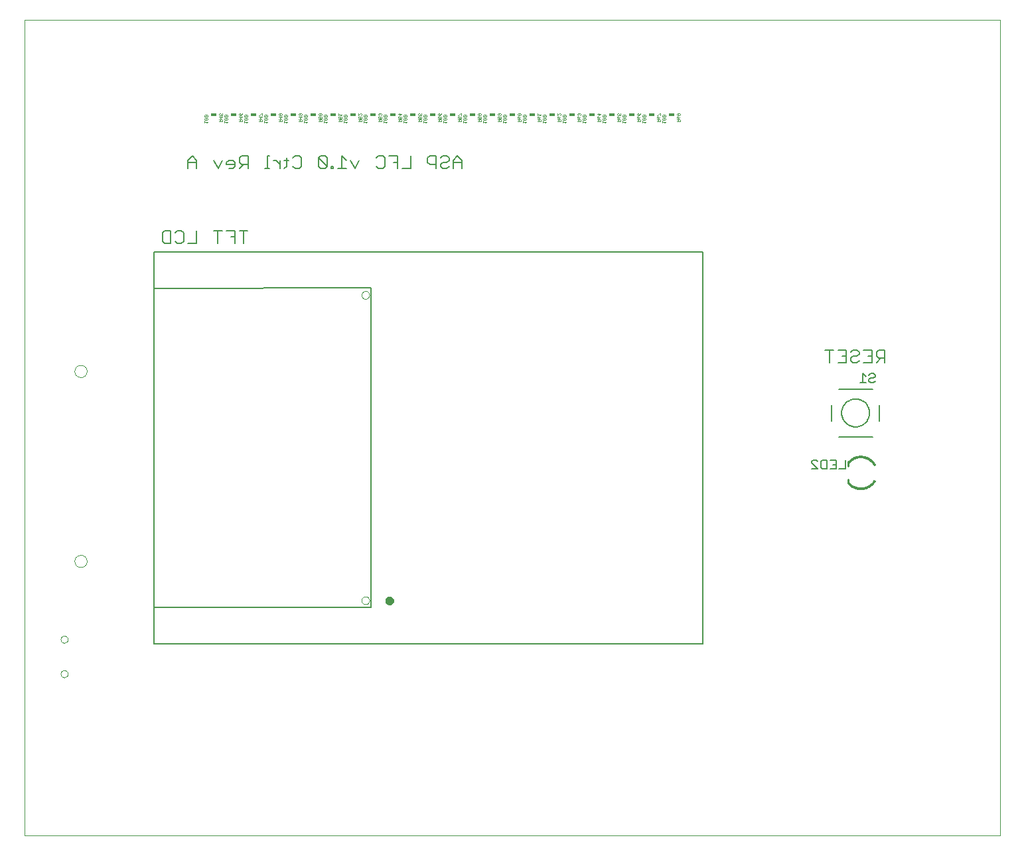
<source format=gbo>
G75*
G70*
%OFA0B0*%
%FSLAX24Y24*%
%IPPOS*%
%LPD*%
%AMOC8*
5,1,8,0,0,1.08239X$1,22.5*
%
%ADD10C,0.0060*%
%ADD11C,0.0000*%
%ADD12C,0.0010*%
%ADD13C,0.0100*%
%ADD14C,0.0050*%
%ADD15C,0.0080*%
%ADD16C,0.0240*%
%ADD17R,0.0280X0.0160*%
D10*
X009173Y029880D02*
X009066Y029987D01*
X009066Y030414D01*
X009173Y030521D01*
X009493Y030521D01*
X009493Y029880D01*
X009173Y029880D01*
X009711Y029987D02*
X009818Y029880D01*
X010031Y029880D01*
X010138Y029987D01*
X010138Y030414D01*
X010031Y030521D01*
X009818Y030521D01*
X009711Y030414D01*
X010356Y029880D02*
X010783Y029880D01*
X010783Y030521D01*
X011645Y030521D02*
X012072Y030521D01*
X011858Y030521D02*
X011858Y029880D01*
X012503Y030200D02*
X012716Y030200D01*
X012716Y029880D02*
X012716Y030521D01*
X012289Y030521D01*
X012934Y030521D02*
X013361Y030521D01*
X013147Y030521D02*
X013147Y029880D01*
X012941Y033630D02*
X013155Y033844D01*
X013048Y033844D02*
X013368Y033844D01*
X013368Y033630D02*
X013368Y034271D01*
X013048Y034271D01*
X012941Y034164D01*
X012941Y033950D01*
X013048Y033844D01*
X012724Y033844D02*
X012297Y033844D01*
X012297Y033950D01*
X012403Y034057D01*
X012617Y034057D01*
X012724Y033950D01*
X012724Y033737D01*
X012617Y033630D01*
X012403Y033630D01*
X012079Y034057D02*
X011866Y033630D01*
X011652Y034057D01*
X010790Y034057D02*
X010790Y033630D01*
X010790Y033950D02*
X010363Y033950D01*
X010363Y034057D02*
X010363Y033630D01*
X010363Y034057D02*
X010577Y034271D01*
X010790Y034057D01*
X014229Y033630D02*
X014443Y033630D01*
X014336Y033630D02*
X014336Y034271D01*
X014443Y034271D01*
X014659Y034057D02*
X014766Y034057D01*
X014980Y033844D01*
X014980Y034057D02*
X014980Y033630D01*
X015196Y033630D02*
X015303Y033737D01*
X015303Y034164D01*
X015409Y034057D02*
X015196Y034057D01*
X015627Y034164D02*
X015734Y034271D01*
X015947Y034271D01*
X016054Y034164D01*
X016054Y033737D01*
X015947Y033630D01*
X015734Y033630D01*
X015627Y033737D01*
X016916Y033737D02*
X017023Y033630D01*
X017236Y033630D01*
X017343Y033737D01*
X016916Y034164D01*
X016916Y033737D01*
X016916Y034164D02*
X017023Y034271D01*
X017236Y034271D01*
X017343Y034164D01*
X017343Y033737D01*
X017558Y033737D02*
X017558Y033630D01*
X017665Y033630D01*
X017665Y033737D01*
X017558Y033737D01*
X017883Y033630D02*
X018310Y033630D01*
X018096Y033630D02*
X018096Y034271D01*
X018310Y034057D01*
X018527Y034057D02*
X018741Y033630D01*
X018954Y034057D01*
X019816Y034164D02*
X019923Y034271D01*
X020137Y034271D01*
X020243Y034164D01*
X020243Y033737D01*
X020137Y033630D01*
X019923Y033630D01*
X019816Y033737D01*
X020461Y034271D02*
X020888Y034271D01*
X020888Y033630D01*
X021106Y033630D02*
X021533Y033630D01*
X021533Y034271D01*
X022395Y034164D02*
X022395Y033950D01*
X022501Y033844D01*
X022822Y033844D01*
X022822Y033630D02*
X022822Y034271D01*
X022501Y034271D01*
X022395Y034164D01*
X023039Y034164D02*
X023146Y034271D01*
X023359Y034271D01*
X023466Y034164D01*
X023466Y034057D01*
X023359Y033950D01*
X023146Y033950D01*
X023039Y033844D01*
X023039Y033737D01*
X023146Y033630D01*
X023359Y033630D01*
X023466Y033737D01*
X023684Y033630D02*
X023684Y034057D01*
X023897Y034271D01*
X024111Y034057D01*
X024111Y033630D01*
X024111Y033950D02*
X023684Y033950D01*
X020888Y033950D02*
X020674Y033950D01*
X042356Y024521D02*
X042783Y024521D01*
X042569Y024521D02*
X042569Y023880D01*
X043000Y023880D02*
X043427Y023880D01*
X043427Y024521D01*
X043000Y024521D01*
X043214Y024200D02*
X043427Y024200D01*
X043645Y024094D02*
X043645Y023987D01*
X043751Y023880D01*
X043965Y023880D01*
X044072Y023987D01*
X043965Y024200D02*
X044072Y024307D01*
X044072Y024414D01*
X043965Y024521D01*
X043751Y024521D01*
X043645Y024414D01*
X043751Y024200D02*
X043645Y024094D01*
X043751Y024200D02*
X043965Y024200D01*
X044289Y023880D02*
X044716Y023880D01*
X044716Y024521D01*
X044289Y024521D01*
X044503Y024200D02*
X044716Y024200D01*
X044934Y024200D02*
X045040Y024094D01*
X045361Y024094D01*
X045147Y024094D02*
X044934Y023880D01*
X044934Y024200D02*
X044934Y024414D01*
X045040Y024521D01*
X045361Y024521D01*
X045361Y023880D01*
D11*
X051141Y000100D02*
X002141Y000100D01*
X002141Y041100D01*
X051141Y041100D01*
X051141Y000100D01*
X019074Y011923D02*
X019076Y011950D01*
X019082Y011977D01*
X019091Y012003D01*
X019104Y012027D01*
X019120Y012050D01*
X019139Y012069D01*
X019161Y012086D01*
X019185Y012100D01*
X019210Y012110D01*
X019237Y012117D01*
X019264Y012120D01*
X019292Y012119D01*
X019319Y012114D01*
X019345Y012106D01*
X019369Y012094D01*
X019392Y012078D01*
X019413Y012060D01*
X019430Y012039D01*
X019445Y012015D01*
X019456Y011990D01*
X019464Y011964D01*
X019468Y011937D01*
X019468Y011909D01*
X019464Y011882D01*
X019456Y011856D01*
X019445Y011831D01*
X019430Y011807D01*
X019413Y011786D01*
X019392Y011768D01*
X019370Y011752D01*
X019345Y011740D01*
X019319Y011732D01*
X019292Y011727D01*
X019264Y011726D01*
X019237Y011729D01*
X019210Y011736D01*
X019185Y011746D01*
X019161Y011760D01*
X019139Y011777D01*
X019120Y011796D01*
X019104Y011819D01*
X019091Y011843D01*
X019082Y011869D01*
X019076Y011896D01*
X019074Y011923D01*
X004663Y013899D02*
X004665Y013934D01*
X004671Y013968D01*
X004681Y014001D01*
X004694Y014034D01*
X004711Y014064D01*
X004732Y014092D01*
X004755Y014118D01*
X004782Y014141D01*
X004810Y014160D01*
X004841Y014176D01*
X004874Y014189D01*
X004907Y014198D01*
X004942Y014203D01*
X004977Y014204D01*
X005011Y014201D01*
X005046Y014194D01*
X005079Y014183D01*
X005110Y014169D01*
X005140Y014151D01*
X005168Y014130D01*
X005193Y014105D01*
X005215Y014078D01*
X005234Y014049D01*
X005249Y014018D01*
X005261Y013985D01*
X005269Y013951D01*
X005273Y013916D01*
X005273Y013882D01*
X005269Y013847D01*
X005261Y013813D01*
X005249Y013780D01*
X005234Y013749D01*
X005215Y013720D01*
X005193Y013693D01*
X005168Y013668D01*
X005140Y013647D01*
X005110Y013629D01*
X005079Y013615D01*
X005046Y013604D01*
X005011Y013597D01*
X004977Y013594D01*
X004942Y013595D01*
X004907Y013600D01*
X004874Y013609D01*
X004841Y013622D01*
X004810Y013638D01*
X004782Y013657D01*
X004755Y013680D01*
X004732Y013706D01*
X004711Y013734D01*
X004694Y013764D01*
X004681Y013797D01*
X004671Y013830D01*
X004665Y013864D01*
X004663Y013899D01*
X003964Y009966D02*
X003966Y009992D01*
X003972Y010018D01*
X003982Y010043D01*
X003995Y010066D01*
X004011Y010086D01*
X004031Y010104D01*
X004053Y010119D01*
X004076Y010131D01*
X004102Y010139D01*
X004128Y010143D01*
X004154Y010143D01*
X004180Y010139D01*
X004206Y010131D01*
X004230Y010119D01*
X004251Y010104D01*
X004271Y010086D01*
X004287Y010066D01*
X004300Y010043D01*
X004310Y010018D01*
X004316Y009992D01*
X004318Y009966D01*
X004316Y009940D01*
X004310Y009914D01*
X004300Y009889D01*
X004287Y009866D01*
X004271Y009846D01*
X004251Y009828D01*
X004229Y009813D01*
X004206Y009801D01*
X004180Y009793D01*
X004154Y009789D01*
X004128Y009789D01*
X004102Y009793D01*
X004076Y009801D01*
X004052Y009813D01*
X004031Y009828D01*
X004011Y009846D01*
X003995Y009866D01*
X003982Y009889D01*
X003972Y009914D01*
X003966Y009940D01*
X003964Y009966D01*
X003964Y008234D02*
X003966Y008260D01*
X003972Y008286D01*
X003982Y008311D01*
X003995Y008334D01*
X004011Y008354D01*
X004031Y008372D01*
X004053Y008387D01*
X004076Y008399D01*
X004102Y008407D01*
X004128Y008411D01*
X004154Y008411D01*
X004180Y008407D01*
X004206Y008399D01*
X004230Y008387D01*
X004251Y008372D01*
X004271Y008354D01*
X004287Y008334D01*
X004300Y008311D01*
X004310Y008286D01*
X004316Y008260D01*
X004318Y008234D01*
X004316Y008208D01*
X004310Y008182D01*
X004300Y008157D01*
X004287Y008134D01*
X004271Y008114D01*
X004251Y008096D01*
X004229Y008081D01*
X004206Y008069D01*
X004180Y008061D01*
X004154Y008057D01*
X004128Y008057D01*
X004102Y008061D01*
X004076Y008069D01*
X004052Y008081D01*
X004031Y008096D01*
X004011Y008114D01*
X003995Y008134D01*
X003982Y008157D01*
X003972Y008182D01*
X003966Y008208D01*
X003964Y008234D01*
X004663Y023450D02*
X004665Y023485D01*
X004671Y023519D01*
X004681Y023552D01*
X004694Y023585D01*
X004711Y023615D01*
X004732Y023643D01*
X004755Y023669D01*
X004782Y023692D01*
X004810Y023711D01*
X004841Y023727D01*
X004874Y023740D01*
X004907Y023749D01*
X004942Y023754D01*
X004977Y023755D01*
X005011Y023752D01*
X005046Y023745D01*
X005079Y023734D01*
X005110Y023720D01*
X005140Y023702D01*
X005168Y023681D01*
X005193Y023656D01*
X005215Y023629D01*
X005234Y023600D01*
X005249Y023569D01*
X005261Y023536D01*
X005269Y023502D01*
X005273Y023467D01*
X005273Y023433D01*
X005269Y023398D01*
X005261Y023364D01*
X005249Y023331D01*
X005234Y023300D01*
X005215Y023271D01*
X005193Y023244D01*
X005168Y023219D01*
X005140Y023198D01*
X005110Y023180D01*
X005079Y023166D01*
X005046Y023155D01*
X005011Y023148D01*
X004977Y023145D01*
X004942Y023146D01*
X004907Y023151D01*
X004874Y023160D01*
X004841Y023173D01*
X004810Y023189D01*
X004782Y023208D01*
X004755Y023231D01*
X004732Y023257D01*
X004711Y023285D01*
X004694Y023315D01*
X004681Y023348D01*
X004671Y023381D01*
X004665Y023415D01*
X004663Y023450D01*
X019074Y027277D02*
X019076Y027304D01*
X019082Y027331D01*
X019091Y027357D01*
X019104Y027381D01*
X019120Y027404D01*
X019139Y027423D01*
X019161Y027440D01*
X019185Y027454D01*
X019210Y027464D01*
X019237Y027471D01*
X019264Y027474D01*
X019292Y027473D01*
X019319Y027468D01*
X019345Y027460D01*
X019369Y027448D01*
X019392Y027432D01*
X019413Y027414D01*
X019430Y027393D01*
X019445Y027369D01*
X019456Y027344D01*
X019464Y027318D01*
X019468Y027291D01*
X019468Y027263D01*
X019464Y027236D01*
X019456Y027210D01*
X019445Y027185D01*
X019430Y027161D01*
X019413Y027140D01*
X019392Y027122D01*
X019370Y027106D01*
X019345Y027094D01*
X019319Y027086D01*
X019292Y027081D01*
X019264Y027080D01*
X019237Y027083D01*
X019210Y027090D01*
X019185Y027100D01*
X019161Y027114D01*
X019139Y027131D01*
X019120Y027150D01*
X019104Y027173D01*
X019091Y027197D01*
X019082Y027223D01*
X019076Y027250D01*
X019074Y027277D01*
D12*
X019196Y035930D02*
X019196Y036030D01*
X019196Y035980D02*
X019346Y035980D01*
X019296Y035930D01*
X019321Y036077D02*
X019346Y036102D01*
X019346Y036152D01*
X019321Y036177D01*
X019221Y036077D01*
X019196Y036102D01*
X019196Y036152D01*
X019221Y036177D01*
X019321Y036177D01*
X019321Y036225D02*
X019346Y036250D01*
X019346Y036300D01*
X019321Y036325D01*
X019221Y036225D01*
X019196Y036250D01*
X019196Y036300D01*
X019221Y036325D01*
X019321Y036325D01*
X019321Y036225D02*
X019221Y036225D01*
X019221Y036077D02*
X019321Y036077D01*
X019071Y036080D02*
X019046Y036105D01*
X018996Y036105D01*
X018971Y036080D01*
X018971Y036005D01*
X018971Y036055D02*
X018921Y036105D01*
X018946Y036152D02*
X018921Y036177D01*
X018921Y036227D01*
X018946Y036252D01*
X018996Y036252D01*
X019021Y036227D01*
X019021Y036202D01*
X018996Y036152D01*
X019071Y036152D01*
X019071Y036252D01*
X019046Y036300D02*
X019071Y036325D01*
X019071Y036375D01*
X019046Y036400D01*
X019021Y036400D01*
X018921Y036300D01*
X018921Y036400D01*
X019071Y036080D02*
X019071Y036005D01*
X018921Y036005D01*
X018346Y035980D02*
X018196Y035980D01*
X018196Y035930D02*
X018196Y036030D01*
X018221Y036077D02*
X018321Y036177D01*
X018221Y036177D01*
X018196Y036152D01*
X018196Y036102D01*
X018221Y036077D01*
X018321Y036077D01*
X018346Y036102D01*
X018346Y036152D01*
X018321Y036177D01*
X018321Y036225D02*
X018346Y036250D01*
X018346Y036300D01*
X018321Y036325D01*
X018221Y036225D01*
X018196Y036250D01*
X018196Y036300D01*
X018221Y036325D01*
X018321Y036325D01*
X018321Y036225D02*
X018221Y036225D01*
X018071Y036252D02*
X018071Y036152D01*
X017996Y036152D01*
X018021Y036202D01*
X018021Y036227D01*
X017996Y036252D01*
X017946Y036252D01*
X017921Y036227D01*
X017921Y036177D01*
X017946Y036152D01*
X017921Y036105D02*
X017971Y036055D01*
X017971Y036080D02*
X017971Y036005D01*
X017921Y036005D02*
X018071Y036005D01*
X018071Y036080D01*
X018046Y036105D01*
X017996Y036105D01*
X017971Y036080D01*
X018021Y036300D02*
X018071Y036350D01*
X017921Y036350D01*
X017921Y036300D02*
X017921Y036400D01*
X017346Y036300D02*
X017346Y036250D01*
X017321Y036225D01*
X017221Y036225D01*
X017321Y036325D01*
X017221Y036325D01*
X017196Y036300D01*
X017196Y036250D01*
X017221Y036225D01*
X017221Y036177D02*
X017196Y036152D01*
X017196Y036102D01*
X017221Y036077D01*
X017321Y036177D01*
X017221Y036177D01*
X017221Y036077D02*
X017321Y036077D01*
X017346Y036102D01*
X017346Y036152D01*
X017321Y036177D01*
X017346Y036300D02*
X017321Y036325D01*
X017071Y036325D02*
X017071Y036375D01*
X017046Y036400D01*
X016946Y036300D01*
X016921Y036325D01*
X016921Y036375D01*
X016946Y036400D01*
X017046Y036400D01*
X017071Y036325D02*
X017046Y036300D01*
X016946Y036300D01*
X016946Y036252D02*
X016921Y036227D01*
X016921Y036177D01*
X016946Y036152D01*
X016996Y036152D02*
X017021Y036202D01*
X017021Y036227D01*
X016996Y036252D01*
X016946Y036252D01*
X016996Y036152D02*
X017071Y036152D01*
X017071Y036252D01*
X017046Y036105D02*
X016996Y036105D01*
X016971Y036080D01*
X016971Y036005D01*
X016971Y036055D02*
X016921Y036105D01*
X016921Y036005D02*
X017071Y036005D01*
X017071Y036080D01*
X017046Y036105D01*
X017196Y036030D02*
X017196Y035930D01*
X017196Y035980D02*
X017346Y035980D01*
X017296Y035930D01*
X016346Y035980D02*
X016196Y035980D01*
X016196Y035930D02*
X016196Y036030D01*
X016221Y036077D02*
X016321Y036177D01*
X016221Y036177D01*
X016196Y036152D01*
X016196Y036102D01*
X016221Y036077D01*
X016321Y036077D01*
X016346Y036102D01*
X016346Y036152D01*
X016321Y036177D01*
X016321Y036225D02*
X016346Y036250D01*
X016346Y036300D01*
X016321Y036325D01*
X016221Y036225D01*
X016196Y036250D01*
X016196Y036300D01*
X016221Y036325D01*
X016321Y036325D01*
X016321Y036225D02*
X016221Y036225D01*
X016071Y036227D02*
X015996Y036152D01*
X015996Y036252D01*
X016021Y036300D02*
X015996Y036325D01*
X015996Y036400D01*
X016046Y036400D02*
X016071Y036375D01*
X016071Y036325D01*
X016046Y036300D01*
X016021Y036300D01*
X015946Y036300D02*
X015921Y036325D01*
X015921Y036375D01*
X015946Y036400D01*
X016046Y036400D01*
X016071Y036227D02*
X015921Y036227D01*
X015921Y036105D02*
X015971Y036055D01*
X015971Y036080D02*
X015971Y036005D01*
X015921Y036005D02*
X016071Y036005D01*
X016071Y036080D01*
X016046Y036105D01*
X015996Y036105D01*
X015971Y036080D01*
X016296Y035930D02*
X016346Y035980D01*
X015346Y035980D02*
X015196Y035980D01*
X015196Y035930D02*
X015196Y036030D01*
X015221Y036077D02*
X015321Y036177D01*
X015221Y036177D01*
X015196Y036152D01*
X015196Y036102D01*
X015221Y036077D01*
X015321Y036077D01*
X015346Y036102D01*
X015346Y036152D01*
X015321Y036177D01*
X015321Y036225D02*
X015346Y036250D01*
X015346Y036300D01*
X015321Y036325D01*
X015221Y036225D01*
X015196Y036250D01*
X015196Y036300D01*
X015221Y036325D01*
X015321Y036325D01*
X015321Y036225D02*
X015221Y036225D01*
X015071Y036227D02*
X014996Y036152D01*
X014996Y036252D01*
X015021Y036300D02*
X015046Y036300D01*
X015071Y036325D01*
X015071Y036375D01*
X015046Y036400D01*
X015021Y036400D01*
X014996Y036375D01*
X014996Y036325D01*
X015021Y036300D01*
X014996Y036325D02*
X014971Y036300D01*
X014946Y036300D01*
X014921Y036325D01*
X014921Y036375D01*
X014946Y036400D01*
X014971Y036400D01*
X014996Y036375D01*
X014921Y036227D02*
X015071Y036227D01*
X015046Y036105D02*
X014996Y036105D01*
X014971Y036080D01*
X014971Y036005D01*
X014971Y036055D02*
X014921Y036105D01*
X014921Y036005D02*
X015071Y036005D01*
X015071Y036080D01*
X015046Y036105D01*
X015296Y035930D02*
X015346Y035980D01*
X014346Y035980D02*
X014196Y035980D01*
X014196Y035930D02*
X014196Y036030D01*
X014221Y036077D02*
X014321Y036177D01*
X014221Y036177D01*
X014196Y036152D01*
X014196Y036102D01*
X014221Y036077D01*
X014321Y036077D01*
X014346Y036102D01*
X014346Y036152D01*
X014321Y036177D01*
X014321Y036225D02*
X014346Y036250D01*
X014346Y036300D01*
X014321Y036325D01*
X014221Y036225D01*
X014196Y036250D01*
X014196Y036300D01*
X014221Y036325D01*
X014321Y036325D01*
X014321Y036225D02*
X014221Y036225D01*
X014071Y036227D02*
X013996Y036152D01*
X013996Y036252D01*
X013946Y036300D02*
X013921Y036300D01*
X013946Y036300D02*
X014046Y036400D01*
X014071Y036400D01*
X014071Y036300D01*
X014071Y036227D02*
X013921Y036227D01*
X013921Y036105D02*
X013971Y036055D01*
X013971Y036080D02*
X013971Y036005D01*
X013921Y036005D02*
X014071Y036005D01*
X014071Y036080D01*
X014046Y036105D01*
X013996Y036105D01*
X013971Y036080D01*
X014296Y035930D02*
X014346Y035980D01*
X013346Y035980D02*
X013196Y035980D01*
X013196Y035930D02*
X013196Y036030D01*
X013221Y036077D02*
X013321Y036177D01*
X013221Y036177D01*
X013196Y036152D01*
X013196Y036102D01*
X013221Y036077D01*
X013321Y036077D01*
X013346Y036102D01*
X013346Y036152D01*
X013321Y036177D01*
X013321Y036225D02*
X013346Y036250D01*
X013346Y036300D01*
X013321Y036325D01*
X013221Y036225D01*
X013196Y036250D01*
X013196Y036300D01*
X013221Y036325D01*
X013321Y036325D01*
X013321Y036225D02*
X013221Y036225D01*
X013071Y036227D02*
X012996Y036152D01*
X012996Y036252D01*
X012996Y036300D02*
X012996Y036375D01*
X012971Y036400D01*
X012946Y036400D01*
X012921Y036375D01*
X012921Y036325D01*
X012946Y036300D01*
X012996Y036300D01*
X013046Y036350D01*
X013071Y036400D01*
X013071Y036227D02*
X012921Y036227D01*
X012921Y036105D02*
X012971Y036055D01*
X012971Y036080D02*
X012971Y036005D01*
X012921Y036005D02*
X013071Y036005D01*
X013071Y036080D01*
X013046Y036105D01*
X012996Y036105D01*
X012971Y036080D01*
X013296Y035930D02*
X013346Y035980D01*
X012346Y035980D02*
X012196Y035980D01*
X012196Y035930D02*
X012196Y036030D01*
X012221Y036077D02*
X012321Y036177D01*
X012221Y036177D01*
X012196Y036152D01*
X012196Y036102D01*
X012221Y036077D01*
X012321Y036077D01*
X012346Y036102D01*
X012346Y036152D01*
X012321Y036177D01*
X012321Y036225D02*
X012346Y036250D01*
X012346Y036300D01*
X012321Y036325D01*
X012221Y036225D01*
X012196Y036250D01*
X012196Y036300D01*
X012221Y036325D01*
X012321Y036325D01*
X012321Y036225D02*
X012221Y036225D01*
X012071Y036227D02*
X011996Y036152D01*
X011996Y036252D01*
X011996Y036300D02*
X012021Y036350D01*
X012021Y036375D01*
X011996Y036400D01*
X011946Y036400D01*
X011921Y036375D01*
X011921Y036325D01*
X011946Y036300D01*
X011996Y036300D02*
X012071Y036300D01*
X012071Y036400D01*
X012071Y036227D02*
X011921Y036227D01*
X011921Y036105D02*
X011971Y036055D01*
X011971Y036080D02*
X011971Y036005D01*
X011921Y036005D02*
X012071Y036005D01*
X012071Y036080D01*
X012046Y036105D01*
X011996Y036105D01*
X011971Y036080D01*
X012296Y035930D02*
X012346Y035980D01*
X011346Y035980D02*
X011196Y035980D01*
X011196Y035930D02*
X011196Y036030D01*
X011221Y036077D02*
X011321Y036177D01*
X011221Y036177D01*
X011196Y036152D01*
X011196Y036102D01*
X011221Y036077D01*
X011321Y036077D01*
X011346Y036102D01*
X011346Y036152D01*
X011321Y036177D01*
X011321Y036225D02*
X011346Y036250D01*
X011346Y036300D01*
X011321Y036325D01*
X011221Y036225D01*
X011196Y036250D01*
X011196Y036300D01*
X011221Y036325D01*
X011321Y036325D01*
X011321Y036225D02*
X011221Y036225D01*
X011346Y035980D02*
X011296Y035930D01*
X018296Y035930D02*
X018346Y035980D01*
X019921Y036005D02*
X020071Y036005D01*
X020071Y036080D01*
X020046Y036105D01*
X019996Y036105D01*
X019971Y036080D01*
X019971Y036005D01*
X019971Y036055D02*
X019921Y036105D01*
X019946Y036152D02*
X019921Y036177D01*
X019921Y036227D01*
X019946Y036252D01*
X019996Y036252D01*
X020021Y036227D01*
X020021Y036202D01*
X019996Y036152D01*
X020071Y036152D01*
X020071Y036252D01*
X020046Y036300D02*
X020071Y036325D01*
X020071Y036375D01*
X020046Y036400D01*
X020021Y036400D01*
X019996Y036375D01*
X019971Y036400D01*
X019946Y036400D01*
X019921Y036375D01*
X019921Y036325D01*
X019946Y036300D01*
X019996Y036350D02*
X019996Y036375D01*
X020196Y036300D02*
X020196Y036250D01*
X020221Y036225D01*
X020321Y036325D01*
X020221Y036325D01*
X020196Y036300D01*
X020221Y036225D02*
X020321Y036225D01*
X020346Y036250D01*
X020346Y036300D01*
X020321Y036325D01*
X020321Y036177D02*
X020221Y036077D01*
X020196Y036102D01*
X020196Y036152D01*
X020221Y036177D01*
X020321Y036177D01*
X020346Y036152D01*
X020346Y036102D01*
X020321Y036077D01*
X020221Y036077D01*
X020196Y036030D02*
X020196Y035930D01*
X020196Y035980D02*
X020346Y035980D01*
X020296Y035930D01*
X020921Y036005D02*
X021071Y036005D01*
X021071Y036080D01*
X021046Y036105D01*
X020996Y036105D01*
X020971Y036080D01*
X020971Y036005D01*
X020971Y036055D02*
X020921Y036105D01*
X020946Y036152D02*
X020921Y036177D01*
X020921Y036227D01*
X020946Y036252D01*
X020996Y036252D01*
X021021Y036227D01*
X021021Y036202D01*
X020996Y036152D01*
X021071Y036152D01*
X021071Y036252D01*
X020996Y036300D02*
X020996Y036400D01*
X021071Y036375D02*
X020996Y036300D01*
X020921Y036375D02*
X021071Y036375D01*
X021196Y036300D02*
X021196Y036250D01*
X021221Y036225D01*
X021321Y036325D01*
X021221Y036325D01*
X021196Y036300D01*
X021221Y036225D02*
X021321Y036225D01*
X021346Y036250D01*
X021346Y036300D01*
X021321Y036325D01*
X021321Y036177D02*
X021221Y036077D01*
X021196Y036102D01*
X021196Y036152D01*
X021221Y036177D01*
X021321Y036177D01*
X021346Y036152D01*
X021346Y036102D01*
X021321Y036077D01*
X021221Y036077D01*
X021196Y036030D02*
X021196Y035930D01*
X021196Y035980D02*
X021346Y035980D01*
X021296Y035930D01*
X021921Y036005D02*
X022071Y036005D01*
X022071Y036080D01*
X022046Y036105D01*
X021996Y036105D01*
X021971Y036080D01*
X021971Y036005D01*
X021971Y036055D02*
X021921Y036105D01*
X021946Y036152D02*
X021921Y036177D01*
X021921Y036227D01*
X021946Y036252D01*
X021996Y036252D01*
X022021Y036227D01*
X022021Y036202D01*
X021996Y036152D01*
X022071Y036152D01*
X022071Y036252D01*
X022071Y036300D02*
X021996Y036300D01*
X022021Y036350D01*
X022021Y036375D01*
X021996Y036400D01*
X021946Y036400D01*
X021921Y036375D01*
X021921Y036325D01*
X021946Y036300D01*
X022071Y036300D02*
X022071Y036400D01*
X022196Y036300D02*
X022196Y036250D01*
X022221Y036225D01*
X022321Y036325D01*
X022221Y036325D01*
X022196Y036300D01*
X022221Y036225D02*
X022321Y036225D01*
X022346Y036250D01*
X022346Y036300D01*
X022321Y036325D01*
X022321Y036177D02*
X022221Y036077D01*
X022196Y036102D01*
X022196Y036152D01*
X022221Y036177D01*
X022321Y036177D01*
X022346Y036152D01*
X022346Y036102D01*
X022321Y036077D01*
X022221Y036077D01*
X022196Y036030D02*
X022196Y035930D01*
X022196Y035980D02*
X022346Y035980D01*
X022296Y035930D01*
X022921Y036005D02*
X023071Y036005D01*
X023071Y036080D01*
X023046Y036105D01*
X022996Y036105D01*
X022971Y036080D01*
X022971Y036005D01*
X022971Y036055D02*
X022921Y036105D01*
X022946Y036152D02*
X022921Y036177D01*
X022921Y036227D01*
X022946Y036252D01*
X022996Y036252D01*
X023021Y036227D01*
X023021Y036202D01*
X022996Y036152D01*
X023071Y036152D01*
X023071Y036252D01*
X022996Y036300D02*
X022996Y036375D01*
X022971Y036400D01*
X022946Y036400D01*
X022921Y036375D01*
X022921Y036325D01*
X022946Y036300D01*
X022996Y036300D01*
X023046Y036350D01*
X023071Y036400D01*
X023196Y036300D02*
X023196Y036250D01*
X023221Y036225D01*
X023321Y036325D01*
X023221Y036325D01*
X023196Y036300D01*
X023221Y036225D02*
X023321Y036225D01*
X023346Y036250D01*
X023346Y036300D01*
X023321Y036325D01*
X023321Y036177D02*
X023221Y036077D01*
X023196Y036102D01*
X023196Y036152D01*
X023221Y036177D01*
X023321Y036177D01*
X023346Y036152D01*
X023346Y036102D01*
X023321Y036077D01*
X023221Y036077D01*
X023196Y036030D02*
X023196Y035930D01*
X023196Y035980D02*
X023346Y035980D01*
X023296Y035930D01*
X023921Y036005D02*
X024071Y036005D01*
X024071Y036080D01*
X024046Y036105D01*
X023996Y036105D01*
X023971Y036080D01*
X023971Y036005D01*
X023971Y036055D02*
X023921Y036105D01*
X023946Y036152D02*
X023921Y036177D01*
X023921Y036227D01*
X023946Y036252D01*
X023996Y036252D01*
X024021Y036227D01*
X024021Y036202D01*
X023996Y036152D01*
X024071Y036152D01*
X024071Y036252D01*
X024071Y036300D02*
X024071Y036400D01*
X024046Y036400D01*
X023946Y036300D01*
X023921Y036300D01*
X024196Y036300D02*
X024196Y036250D01*
X024221Y036225D01*
X024321Y036325D01*
X024221Y036325D01*
X024196Y036300D01*
X024221Y036225D02*
X024321Y036225D01*
X024346Y036250D01*
X024346Y036300D01*
X024321Y036325D01*
X024321Y036177D02*
X024221Y036077D01*
X024196Y036102D01*
X024196Y036152D01*
X024221Y036177D01*
X024321Y036177D01*
X024346Y036152D01*
X024346Y036102D01*
X024321Y036077D01*
X024221Y036077D01*
X024196Y036030D02*
X024196Y035930D01*
X024196Y035980D02*
X024346Y035980D01*
X024296Y035930D01*
X024921Y036005D02*
X025071Y036005D01*
X025071Y036080D01*
X025046Y036105D01*
X024996Y036105D01*
X024971Y036080D01*
X024971Y036005D01*
X024971Y036055D02*
X024921Y036105D01*
X024946Y036152D02*
X024921Y036177D01*
X024921Y036227D01*
X024946Y036252D01*
X024996Y036252D01*
X025021Y036227D01*
X025021Y036202D01*
X024996Y036152D01*
X025071Y036152D01*
X025071Y036252D01*
X025046Y036300D02*
X025021Y036300D01*
X024996Y036325D01*
X024996Y036375D01*
X024971Y036400D01*
X024946Y036400D01*
X024921Y036375D01*
X024921Y036325D01*
X024946Y036300D01*
X024971Y036300D01*
X024996Y036325D01*
X024996Y036375D02*
X025021Y036400D01*
X025046Y036400D01*
X025071Y036375D01*
X025071Y036325D01*
X025046Y036300D01*
X025196Y036300D02*
X025196Y036250D01*
X025221Y036225D01*
X025321Y036325D01*
X025221Y036325D01*
X025196Y036300D01*
X025221Y036225D02*
X025321Y036225D01*
X025346Y036250D01*
X025346Y036300D01*
X025321Y036325D01*
X025321Y036177D02*
X025221Y036077D01*
X025196Y036102D01*
X025196Y036152D01*
X025221Y036177D01*
X025321Y036177D01*
X025346Y036152D01*
X025346Y036102D01*
X025321Y036077D01*
X025221Y036077D01*
X025196Y036030D02*
X025196Y035930D01*
X025196Y035980D02*
X025346Y035980D01*
X025296Y035930D01*
X025921Y036005D02*
X026071Y036005D01*
X026071Y036080D01*
X026046Y036105D01*
X025996Y036105D01*
X025971Y036080D01*
X025971Y036005D01*
X025971Y036055D02*
X025921Y036105D01*
X025946Y036152D02*
X025921Y036177D01*
X025921Y036227D01*
X025946Y036252D01*
X025996Y036252D01*
X026021Y036227D01*
X026021Y036202D01*
X025996Y036152D01*
X026071Y036152D01*
X026071Y036252D01*
X026046Y036300D02*
X026021Y036300D01*
X025996Y036325D01*
X025996Y036400D01*
X026046Y036400D02*
X026071Y036375D01*
X026071Y036325D01*
X026046Y036300D01*
X026046Y036400D02*
X025946Y036400D01*
X025921Y036375D01*
X025921Y036325D01*
X025946Y036300D01*
X026196Y036300D02*
X026196Y036250D01*
X026221Y036225D01*
X026321Y036325D01*
X026221Y036325D01*
X026196Y036300D01*
X026221Y036225D02*
X026321Y036225D01*
X026346Y036250D01*
X026346Y036300D01*
X026321Y036325D01*
X026321Y036177D02*
X026221Y036077D01*
X026196Y036102D01*
X026196Y036152D01*
X026221Y036177D01*
X026321Y036177D01*
X026346Y036152D01*
X026346Y036102D01*
X026321Y036077D01*
X026221Y036077D01*
X026196Y036030D02*
X026196Y035930D01*
X026196Y035980D02*
X026346Y035980D01*
X026296Y035930D01*
X026921Y036005D02*
X027071Y036005D01*
X027071Y036080D01*
X027046Y036105D01*
X026996Y036105D01*
X026971Y036080D01*
X026971Y036005D01*
X026971Y036055D02*
X026921Y036105D01*
X026946Y036152D02*
X026921Y036177D01*
X026921Y036227D01*
X026946Y036252D01*
X026971Y036252D01*
X026996Y036227D01*
X026996Y036152D01*
X026946Y036152D01*
X026996Y036152D02*
X027046Y036202D01*
X027071Y036252D01*
X027046Y036300D02*
X027071Y036325D01*
X027071Y036375D01*
X027046Y036400D01*
X026946Y036300D01*
X026921Y036325D01*
X026921Y036375D01*
X026946Y036400D01*
X027046Y036400D01*
X027046Y036300D02*
X026946Y036300D01*
X027196Y036300D02*
X027196Y036250D01*
X027221Y036225D01*
X027321Y036325D01*
X027221Y036325D01*
X027196Y036300D01*
X027221Y036225D02*
X027321Y036225D01*
X027346Y036250D01*
X027346Y036300D01*
X027321Y036325D01*
X027321Y036177D02*
X027221Y036077D01*
X027196Y036102D01*
X027196Y036152D01*
X027221Y036177D01*
X027321Y036177D01*
X027346Y036152D01*
X027346Y036102D01*
X027321Y036077D01*
X027221Y036077D01*
X027196Y036030D02*
X027196Y035930D01*
X027196Y035980D02*
X027346Y035980D01*
X027296Y035930D01*
X027921Y036005D02*
X028071Y036005D01*
X028071Y036080D01*
X028046Y036105D01*
X027996Y036105D01*
X027971Y036080D01*
X027971Y036005D01*
X027971Y036055D02*
X027921Y036105D01*
X027946Y036152D02*
X027921Y036177D01*
X027921Y036227D01*
X027946Y036252D01*
X027971Y036252D01*
X027996Y036227D01*
X027996Y036152D01*
X027946Y036152D01*
X027996Y036152D02*
X028046Y036202D01*
X028071Y036252D01*
X028021Y036300D02*
X028071Y036350D01*
X027921Y036350D01*
X027921Y036300D02*
X027921Y036400D01*
X028196Y036300D02*
X028196Y036250D01*
X028221Y036225D01*
X028321Y036325D01*
X028221Y036325D01*
X028196Y036300D01*
X028221Y036225D02*
X028321Y036225D01*
X028346Y036250D01*
X028346Y036300D01*
X028321Y036325D01*
X028321Y036177D02*
X028221Y036077D01*
X028196Y036102D01*
X028196Y036152D01*
X028221Y036177D01*
X028321Y036177D01*
X028346Y036152D01*
X028346Y036102D01*
X028321Y036077D01*
X028221Y036077D01*
X028196Y036030D02*
X028196Y035930D01*
X028196Y035980D02*
X028346Y035980D01*
X028296Y035930D01*
X028921Y036005D02*
X029071Y036005D01*
X029071Y036080D01*
X029046Y036105D01*
X028996Y036105D01*
X028971Y036080D01*
X028971Y036005D01*
X028971Y036055D02*
X028921Y036105D01*
X028946Y036152D02*
X028921Y036177D01*
X028921Y036227D01*
X028946Y036252D01*
X028971Y036252D01*
X028996Y036227D01*
X028996Y036152D01*
X028946Y036152D01*
X028996Y036152D02*
X029046Y036202D01*
X029071Y036252D01*
X029046Y036300D02*
X029071Y036325D01*
X029071Y036375D01*
X029046Y036400D01*
X029021Y036400D01*
X028921Y036300D01*
X028921Y036400D01*
X029196Y036300D02*
X029196Y036250D01*
X029221Y036225D01*
X029321Y036325D01*
X029221Y036325D01*
X029196Y036300D01*
X029221Y036225D02*
X029321Y036225D01*
X029346Y036250D01*
X029346Y036300D01*
X029321Y036325D01*
X029321Y036177D02*
X029221Y036077D01*
X029196Y036102D01*
X029196Y036152D01*
X029221Y036177D01*
X029321Y036177D01*
X029346Y036152D01*
X029346Y036102D01*
X029321Y036077D01*
X029221Y036077D01*
X029196Y036030D02*
X029196Y035930D01*
X029196Y035980D02*
X029346Y035980D01*
X029296Y035930D01*
X029921Y036005D02*
X030071Y036005D01*
X030071Y036080D01*
X030046Y036105D01*
X029996Y036105D01*
X029971Y036080D01*
X029971Y036005D01*
X029971Y036055D02*
X029921Y036105D01*
X029946Y036152D02*
X029921Y036177D01*
X029921Y036227D01*
X029946Y036252D01*
X029971Y036252D01*
X029996Y036227D01*
X029996Y036152D01*
X029946Y036152D01*
X029996Y036152D02*
X030046Y036202D01*
X030071Y036252D01*
X030046Y036300D02*
X030071Y036325D01*
X030071Y036375D01*
X030046Y036400D01*
X030021Y036400D01*
X029996Y036375D01*
X029971Y036400D01*
X029946Y036400D01*
X029921Y036375D01*
X029921Y036325D01*
X029946Y036300D01*
X029996Y036350D02*
X029996Y036375D01*
X030196Y036300D02*
X030196Y036250D01*
X030221Y036225D01*
X030321Y036325D01*
X030221Y036325D01*
X030196Y036300D01*
X030221Y036225D02*
X030321Y036225D01*
X030346Y036250D01*
X030346Y036300D01*
X030321Y036325D01*
X030321Y036177D02*
X030221Y036077D01*
X030196Y036102D01*
X030196Y036152D01*
X030221Y036177D01*
X030321Y036177D01*
X030346Y036152D01*
X030346Y036102D01*
X030321Y036077D01*
X030221Y036077D01*
X030196Y036030D02*
X030196Y035930D01*
X030196Y035980D02*
X030346Y035980D01*
X030296Y035930D01*
X030921Y036005D02*
X031071Y036005D01*
X031071Y036080D01*
X031046Y036105D01*
X030996Y036105D01*
X030971Y036080D01*
X030971Y036005D01*
X030971Y036055D02*
X030921Y036105D01*
X030946Y036152D02*
X030921Y036177D01*
X030921Y036227D01*
X030946Y036252D01*
X030971Y036252D01*
X030996Y036227D01*
X030996Y036152D01*
X030946Y036152D01*
X030996Y036152D02*
X031046Y036202D01*
X031071Y036252D01*
X030996Y036300D02*
X030996Y036400D01*
X031071Y036375D02*
X030996Y036300D01*
X030921Y036375D02*
X031071Y036375D01*
X031196Y036300D02*
X031196Y036250D01*
X031221Y036225D01*
X031321Y036325D01*
X031221Y036325D01*
X031196Y036300D01*
X031221Y036225D02*
X031321Y036225D01*
X031346Y036250D01*
X031346Y036300D01*
X031321Y036325D01*
X031321Y036177D02*
X031221Y036077D01*
X031196Y036102D01*
X031196Y036152D01*
X031221Y036177D01*
X031321Y036177D01*
X031346Y036152D01*
X031346Y036102D01*
X031321Y036077D01*
X031221Y036077D01*
X031196Y036030D02*
X031196Y035930D01*
X031196Y035980D02*
X031346Y035980D01*
X031296Y035930D01*
X031921Y036005D02*
X032071Y036005D01*
X032071Y036080D01*
X032046Y036105D01*
X031996Y036105D01*
X031971Y036080D01*
X031971Y036005D01*
X031971Y036055D02*
X031921Y036105D01*
X031946Y036152D02*
X031921Y036177D01*
X031921Y036227D01*
X031946Y036252D01*
X031971Y036252D01*
X031996Y036227D01*
X031996Y036152D01*
X031946Y036152D01*
X031996Y036152D02*
X032046Y036202D01*
X032071Y036252D01*
X032071Y036300D02*
X031996Y036300D01*
X032021Y036350D01*
X032021Y036375D01*
X031996Y036400D01*
X031946Y036400D01*
X031921Y036375D01*
X031921Y036325D01*
X031946Y036300D01*
X032071Y036300D02*
X032071Y036400D01*
X032196Y036300D02*
X032196Y036250D01*
X032221Y036225D01*
X032321Y036325D01*
X032221Y036325D01*
X032196Y036300D01*
X032221Y036225D02*
X032321Y036225D01*
X032346Y036250D01*
X032346Y036300D01*
X032321Y036325D01*
X032321Y036177D02*
X032221Y036077D01*
X032196Y036102D01*
X032196Y036152D01*
X032221Y036177D01*
X032321Y036177D01*
X032346Y036152D01*
X032346Y036102D01*
X032321Y036077D01*
X032221Y036077D01*
X032196Y036030D02*
X032196Y035930D01*
X032196Y035980D02*
X032346Y035980D01*
X032296Y035930D01*
X032921Y036005D02*
X033071Y036005D01*
X033071Y036080D01*
X033046Y036105D01*
X032996Y036105D01*
X032971Y036080D01*
X032971Y036005D01*
X032971Y036055D02*
X032921Y036105D01*
X032946Y036152D02*
X032921Y036177D01*
X032921Y036227D01*
X032946Y036252D01*
X032971Y036252D01*
X032996Y036227D01*
X032996Y036152D01*
X032946Y036152D01*
X032996Y036152D02*
X033046Y036202D01*
X033071Y036252D01*
X032996Y036300D02*
X032996Y036375D01*
X032971Y036400D01*
X032946Y036400D01*
X032921Y036375D01*
X032921Y036325D01*
X032946Y036300D01*
X032996Y036300D01*
X033046Y036350D01*
X033071Y036400D01*
X033196Y036300D02*
X033196Y036250D01*
X033221Y036225D01*
X033321Y036325D01*
X033221Y036325D01*
X033196Y036300D01*
X033221Y036225D02*
X033321Y036225D01*
X033346Y036250D01*
X033346Y036300D01*
X033321Y036325D01*
X033321Y036177D02*
X033221Y036077D01*
X033196Y036102D01*
X033196Y036152D01*
X033221Y036177D01*
X033321Y036177D01*
X033346Y036152D01*
X033346Y036102D01*
X033321Y036077D01*
X033221Y036077D01*
X033196Y036030D02*
X033196Y035930D01*
X033196Y035980D02*
X033346Y035980D01*
X033296Y035930D01*
X033921Y036005D02*
X034071Y036005D01*
X034071Y036080D01*
X034046Y036105D01*
X033996Y036105D01*
X033971Y036080D01*
X033971Y036005D01*
X033971Y036055D02*
X033921Y036105D01*
X033946Y036152D02*
X033921Y036177D01*
X033921Y036227D01*
X033946Y036252D01*
X033971Y036252D01*
X033996Y036227D01*
X033996Y036152D01*
X033946Y036152D01*
X033996Y036152D02*
X034046Y036202D01*
X034071Y036252D01*
X034071Y036300D02*
X034071Y036400D01*
X034046Y036400D01*
X033946Y036300D01*
X033921Y036300D01*
X034196Y036300D02*
X034196Y036250D01*
X034221Y036225D01*
X034321Y036325D01*
X034221Y036325D01*
X034196Y036300D01*
X034221Y036225D02*
X034321Y036225D01*
X034346Y036250D01*
X034346Y036300D01*
X034321Y036325D01*
X034321Y036177D02*
X034221Y036077D01*
X034196Y036102D01*
X034196Y036152D01*
X034221Y036177D01*
X034321Y036177D01*
X034346Y036152D01*
X034346Y036102D01*
X034321Y036077D01*
X034221Y036077D01*
X034196Y036030D02*
X034196Y035930D01*
X034196Y035980D02*
X034346Y035980D01*
X034296Y035930D01*
X034921Y036005D02*
X035071Y036005D01*
X035071Y036080D01*
X035046Y036105D01*
X034996Y036105D01*
X034971Y036080D01*
X034971Y036005D01*
X034971Y036055D02*
X034921Y036105D01*
X034946Y036152D02*
X034921Y036177D01*
X034921Y036227D01*
X034946Y036252D01*
X034971Y036252D01*
X034996Y036227D01*
X034996Y036152D01*
X034946Y036152D01*
X034996Y036152D02*
X035046Y036202D01*
X035071Y036252D01*
X035046Y036300D02*
X035021Y036300D01*
X034996Y036325D01*
X034996Y036375D01*
X034971Y036400D01*
X034946Y036400D01*
X034921Y036375D01*
X034921Y036325D01*
X034946Y036300D01*
X034971Y036300D01*
X034996Y036325D01*
X034996Y036375D02*
X035021Y036400D01*
X035046Y036400D01*
X035071Y036375D01*
X035071Y036325D01*
X035046Y036300D01*
X044884Y018752D02*
X044804Y018709D01*
X044805Y018710D02*
X044778Y018756D01*
X044747Y018800D01*
X044714Y018842D01*
X044677Y018882D01*
X044638Y018918D01*
X044596Y018952D01*
X044552Y018983D01*
X044506Y019011D01*
X044458Y019035D01*
X044409Y019056D01*
X044358Y019073D01*
X044306Y019087D01*
X044253Y019097D01*
X044200Y019103D01*
X044146Y019105D01*
X044146Y019194D01*
X044146Y019195D01*
X044202Y019193D01*
X044259Y019187D01*
X044314Y019177D01*
X044369Y019164D01*
X044423Y019147D01*
X044475Y019126D01*
X044526Y019102D01*
X044576Y019075D01*
X044623Y019044D01*
X044668Y019010D01*
X044711Y018974D01*
X044752Y018934D01*
X044789Y018892D01*
X044824Y018847D01*
X044856Y018801D01*
X044884Y018752D01*
X044876Y018748D01*
X044848Y018796D01*
X044817Y018842D01*
X044782Y018886D01*
X044745Y018928D01*
X044705Y018967D01*
X044663Y019003D01*
X044618Y019037D01*
X044571Y019067D01*
X044522Y019094D01*
X044472Y019118D01*
X044420Y019138D01*
X044367Y019155D01*
X044312Y019168D01*
X044257Y019178D01*
X044202Y019184D01*
X044146Y019186D01*
X044146Y019177D01*
X044201Y019175D01*
X044256Y019169D01*
X044311Y019159D01*
X044364Y019146D01*
X044417Y019130D01*
X044468Y019109D01*
X044518Y019086D01*
X044567Y019059D01*
X044613Y019029D01*
X044657Y018996D01*
X044699Y018960D01*
X044739Y018922D01*
X044775Y018880D01*
X044809Y018837D01*
X044840Y018791D01*
X044868Y018744D01*
X044860Y018739D01*
X044833Y018786D01*
X044802Y018832D01*
X044769Y018875D01*
X044732Y018915D01*
X044693Y018954D01*
X044652Y018989D01*
X044608Y019022D01*
X044562Y019051D01*
X044514Y019078D01*
X044465Y019101D01*
X044414Y019121D01*
X044362Y019138D01*
X044309Y019151D01*
X044255Y019160D01*
X044201Y019166D01*
X044146Y019168D01*
X044146Y019159D01*
X044200Y019157D01*
X044254Y019151D01*
X044307Y019142D01*
X044359Y019129D01*
X044411Y019113D01*
X044461Y019093D01*
X044510Y019070D01*
X044557Y019044D01*
X044603Y019014D01*
X044646Y018982D01*
X044687Y018947D01*
X044726Y018909D01*
X044762Y018869D01*
X044795Y018826D01*
X044825Y018782D01*
X044852Y018735D01*
X044845Y018731D01*
X044818Y018777D01*
X044788Y018821D01*
X044755Y018863D01*
X044719Y018903D01*
X044681Y018940D01*
X044640Y018975D01*
X044597Y019007D01*
X044553Y019036D01*
X044506Y019062D01*
X044458Y019085D01*
X044408Y019104D01*
X044357Y019120D01*
X044305Y019133D01*
X044252Y019142D01*
X044199Y019148D01*
X044146Y019150D01*
X044146Y019141D01*
X044199Y019139D01*
X044251Y019133D01*
X044303Y019124D01*
X044355Y019112D01*
X044405Y019096D01*
X044454Y019076D01*
X044502Y019054D01*
X044548Y019028D01*
X044592Y019000D01*
X044635Y018968D01*
X044675Y018934D01*
X044713Y018897D01*
X044748Y018857D01*
X044780Y018816D01*
X044810Y018772D01*
X044837Y018727D01*
X044829Y018722D01*
X044800Y018770D01*
X044769Y018816D01*
X044734Y018860D01*
X044696Y018901D01*
X044656Y018939D01*
X044613Y018974D01*
X044567Y019006D01*
X044519Y019034D01*
X044470Y019060D01*
X044418Y019081D01*
X044366Y019099D01*
X044312Y019113D01*
X044257Y019123D01*
X044202Y019130D01*
X044146Y019132D01*
X044146Y019123D01*
X044201Y019121D01*
X044256Y019114D01*
X044310Y019104D01*
X044363Y019090D01*
X044415Y019073D01*
X044466Y019051D01*
X044515Y019027D01*
X044562Y018998D01*
X044607Y018967D01*
X044650Y018932D01*
X044690Y018894D01*
X044727Y018854D01*
X044762Y018811D01*
X044793Y018766D01*
X044821Y018718D01*
X044813Y018714D01*
X044785Y018761D01*
X044754Y018806D01*
X044720Y018848D01*
X044683Y018888D01*
X044644Y018925D01*
X044602Y018959D01*
X044557Y018991D01*
X044511Y019019D01*
X044462Y019043D01*
X044412Y019064D01*
X044360Y019082D01*
X044308Y019096D01*
X044254Y019106D01*
X044200Y019112D01*
X044146Y019114D01*
X044145Y017506D02*
X044145Y017596D01*
X044146Y017595D02*
X044198Y017597D01*
X044250Y017603D01*
X044302Y017612D01*
X044352Y017625D01*
X044402Y017641D01*
X044450Y017661D01*
X044497Y017684D01*
X044542Y017710D01*
X044586Y017740D01*
X044627Y017772D01*
X044666Y017807D01*
X044702Y017845D01*
X044735Y017885D01*
X044766Y017927D01*
X044794Y017971D01*
X044872Y017927D01*
X044872Y017926D01*
X044843Y017880D01*
X044811Y017835D01*
X044776Y017793D01*
X044739Y017753D01*
X044699Y017715D01*
X044656Y017680D01*
X044612Y017648D01*
X044565Y017619D01*
X044517Y017593D01*
X044467Y017570D01*
X044415Y017551D01*
X044363Y017535D01*
X044310Y017522D01*
X044255Y017513D01*
X044201Y017507D01*
X044146Y017505D01*
X044146Y017514D01*
X044200Y017516D01*
X044254Y017522D01*
X044308Y017531D01*
X044361Y017543D01*
X044413Y017559D01*
X044463Y017579D01*
X044513Y017601D01*
X044561Y017627D01*
X044607Y017656D01*
X044651Y017687D01*
X044693Y017722D01*
X044732Y017759D01*
X044769Y017799D01*
X044804Y017841D01*
X044836Y017885D01*
X044864Y017931D01*
X044857Y017935D01*
X044828Y017890D01*
X044797Y017846D01*
X044763Y017805D01*
X044726Y017765D01*
X044687Y017729D01*
X044645Y017695D01*
X044602Y017663D01*
X044556Y017635D01*
X044509Y017609D01*
X044460Y017587D01*
X044410Y017568D01*
X044358Y017552D01*
X044306Y017540D01*
X044253Y017531D01*
X044200Y017525D01*
X044146Y017523D01*
X044146Y017532D01*
X044203Y017534D01*
X044259Y017541D01*
X044315Y017551D01*
X044370Y017565D01*
X044423Y017582D01*
X044476Y017604D01*
X044527Y017629D01*
X044576Y017657D01*
X044623Y017689D01*
X044667Y017724D01*
X044709Y017762D01*
X044749Y017803D01*
X044785Y017846D01*
X044819Y017892D01*
X044849Y017940D01*
X044841Y017944D01*
X044811Y017897D01*
X044778Y017851D01*
X044742Y017809D01*
X044703Y017768D01*
X044662Y017731D01*
X044617Y017696D01*
X044571Y017665D01*
X044523Y017637D01*
X044472Y017612D01*
X044420Y017591D01*
X044367Y017573D01*
X044313Y017559D01*
X044258Y017549D01*
X044202Y017543D01*
X044146Y017541D01*
X044146Y017550D01*
X044201Y017552D01*
X044256Y017558D01*
X044311Y017568D01*
X044365Y017582D01*
X044417Y017599D01*
X044469Y017620D01*
X044518Y017645D01*
X044566Y017672D01*
X044612Y017703D01*
X044656Y017738D01*
X044697Y017775D01*
X044735Y017815D01*
X044771Y017857D01*
X044804Y017902D01*
X044833Y017949D01*
X044825Y017953D01*
X044796Y017907D01*
X044764Y017863D01*
X044729Y017821D01*
X044691Y017781D01*
X044650Y017744D01*
X044607Y017711D01*
X044561Y017680D01*
X044514Y017653D01*
X044465Y017628D01*
X044414Y017608D01*
X044362Y017591D01*
X044309Y017577D01*
X044255Y017567D01*
X044201Y017561D01*
X044146Y017559D01*
X044146Y017568D01*
X044200Y017570D01*
X044254Y017576D01*
X044307Y017586D01*
X044360Y017599D01*
X044411Y017616D01*
X044461Y017637D01*
X044510Y017660D01*
X044557Y017688D01*
X044602Y017718D01*
X044644Y017751D01*
X044684Y017788D01*
X044722Y017827D01*
X044757Y017868D01*
X044789Y017912D01*
X044817Y017958D01*
X044810Y017962D01*
X044781Y017917D01*
X044750Y017874D01*
X044715Y017833D01*
X044678Y017794D01*
X044638Y017758D01*
X044596Y017725D01*
X044552Y017695D01*
X044506Y017668D01*
X044458Y017645D01*
X044408Y017625D01*
X044357Y017608D01*
X044305Y017595D01*
X044253Y017585D01*
X044199Y017579D01*
X044146Y017577D01*
X044146Y017586D01*
X044199Y017588D01*
X044251Y017594D01*
X044303Y017603D01*
X044355Y017616D01*
X044405Y017633D01*
X044454Y017653D01*
X044501Y017676D01*
X044547Y017703D01*
X044591Y017733D01*
X044633Y017765D01*
X044672Y017801D01*
X044709Y017839D01*
X044743Y017879D01*
X044774Y017922D01*
X044802Y017967D01*
X044137Y019194D02*
X044137Y019104D01*
X044136Y019105D02*
X044082Y019103D01*
X044028Y019096D01*
X043975Y019086D01*
X043922Y019073D01*
X043871Y019055D01*
X043821Y019034D01*
X043772Y019009D01*
X043726Y018981D01*
X043682Y018949D01*
X043640Y018915D01*
X043601Y018877D01*
X043564Y018837D01*
X043496Y018894D01*
X043495Y018895D01*
X043533Y018937D01*
X043573Y018976D01*
X043616Y019012D01*
X043661Y019045D01*
X043708Y019076D01*
X043757Y019103D01*
X043808Y019127D01*
X043861Y019147D01*
X043914Y019164D01*
X043969Y019177D01*
X044024Y019187D01*
X044080Y019193D01*
X044136Y019195D01*
X044136Y019186D01*
X044080Y019184D01*
X044025Y019178D01*
X043971Y019168D01*
X043917Y019155D01*
X043864Y019139D01*
X043812Y019118D01*
X043761Y019095D01*
X043713Y019068D01*
X043666Y019038D01*
X043621Y019005D01*
X043579Y018969D01*
X043539Y018930D01*
X043502Y018889D01*
X043509Y018883D01*
X043546Y018924D01*
X043585Y018962D01*
X043627Y018998D01*
X043671Y019031D01*
X043717Y019060D01*
X043766Y019087D01*
X043815Y019110D01*
X043867Y019130D01*
X043919Y019147D01*
X043972Y019160D01*
X044026Y019169D01*
X044081Y019175D01*
X044136Y019177D01*
X044136Y019168D01*
X044082Y019166D01*
X044028Y019160D01*
X043974Y019151D01*
X043921Y019138D01*
X043869Y019122D01*
X043819Y019102D01*
X043770Y019079D01*
X043722Y019053D01*
X043676Y019023D01*
X043633Y018991D01*
X043591Y018956D01*
X043552Y018918D01*
X043516Y018878D01*
X043523Y018872D01*
X043559Y018912D01*
X043597Y018949D01*
X043638Y018984D01*
X043681Y019016D01*
X043727Y019045D01*
X043774Y019071D01*
X043822Y019094D01*
X043872Y019113D01*
X043924Y019129D01*
X043976Y019142D01*
X044029Y019151D01*
X044082Y019157D01*
X044136Y019159D01*
X044136Y019150D01*
X044083Y019148D01*
X044030Y019142D01*
X043978Y019133D01*
X043926Y019121D01*
X043875Y019105D01*
X043826Y019085D01*
X043778Y019063D01*
X043731Y019037D01*
X043687Y019008D01*
X043644Y018977D01*
X043603Y018942D01*
X043565Y018905D01*
X043530Y018866D01*
X043537Y018860D01*
X043572Y018899D01*
X043609Y018936D01*
X043650Y018970D01*
X043692Y019001D01*
X043736Y019029D01*
X043782Y019055D01*
X043829Y019077D01*
X043878Y019096D01*
X043929Y019112D01*
X043980Y019124D01*
X044031Y019133D01*
X044084Y019139D01*
X044136Y019141D01*
X044136Y019132D01*
X044084Y019130D01*
X044033Y019124D01*
X043981Y019116D01*
X043931Y019103D01*
X043881Y019088D01*
X043833Y019069D01*
X043786Y019047D01*
X043741Y019022D01*
X043697Y018994D01*
X043655Y018963D01*
X043616Y018929D01*
X043578Y018893D01*
X043543Y018854D01*
X043550Y018849D01*
X043585Y018887D01*
X043622Y018923D01*
X043661Y018956D01*
X043702Y018986D01*
X043745Y019014D01*
X043790Y019039D01*
X043837Y019061D01*
X043884Y019079D01*
X043933Y019095D01*
X043983Y019107D01*
X044034Y019116D01*
X044085Y019121D01*
X044136Y019123D01*
X044136Y019114D01*
X044081Y019112D01*
X044027Y019105D01*
X043973Y019095D01*
X043919Y019081D01*
X043868Y019063D01*
X043817Y019042D01*
X043768Y019017D01*
X043721Y018988D01*
X043676Y018956D01*
X043634Y018922D01*
X043594Y018884D01*
X043557Y018843D01*
X043500Y017801D02*
X043568Y017859D01*
X043568Y017858D02*
X043604Y017819D01*
X043644Y017782D01*
X043685Y017748D01*
X043729Y017717D01*
X043775Y017689D01*
X043823Y017665D01*
X043873Y017644D01*
X043924Y017627D01*
X043976Y017613D01*
X044029Y017603D01*
X044082Y017597D01*
X044136Y017595D01*
X044137Y017506D01*
X044136Y017505D01*
X044080Y017507D01*
X044025Y017513D01*
X043970Y017522D01*
X043916Y017536D01*
X043863Y017552D01*
X043811Y017572D01*
X043760Y017596D01*
X043712Y017622D01*
X043665Y017652D01*
X043620Y017685D01*
X043577Y017721D01*
X043537Y017759D01*
X043499Y017800D01*
X043506Y017806D01*
X043543Y017766D01*
X043583Y017727D01*
X043625Y017692D01*
X043670Y017660D01*
X043716Y017630D01*
X043764Y017604D01*
X043814Y017580D01*
X043866Y017561D01*
X043918Y017544D01*
X043972Y017531D01*
X044026Y017522D01*
X044081Y017516D01*
X044136Y017514D01*
X044136Y017523D01*
X044082Y017525D01*
X044027Y017531D01*
X043974Y017540D01*
X043921Y017553D01*
X043869Y017569D01*
X043818Y017589D01*
X043769Y017612D01*
X043721Y017638D01*
X043675Y017667D01*
X043631Y017699D01*
X043589Y017734D01*
X043550Y017772D01*
X043513Y017812D01*
X043520Y017818D01*
X043556Y017778D01*
X043595Y017741D01*
X043636Y017706D01*
X043680Y017674D01*
X043725Y017645D01*
X043773Y017620D01*
X043821Y017597D01*
X043872Y017578D01*
X043923Y017562D01*
X043976Y017549D01*
X044029Y017540D01*
X044082Y017534D01*
X044136Y017532D01*
X044136Y017541D01*
X044083Y017543D01*
X044030Y017549D01*
X043977Y017558D01*
X043926Y017570D01*
X043875Y017586D01*
X043825Y017605D01*
X043777Y017628D01*
X043730Y017653D01*
X043685Y017682D01*
X043642Y017713D01*
X043601Y017747D01*
X043563Y017784D01*
X043527Y017824D01*
X043534Y017829D01*
X043569Y017791D01*
X043607Y017754D01*
X043648Y017720D01*
X043690Y017689D01*
X043734Y017661D01*
X043781Y017636D01*
X043828Y017614D01*
X043878Y017595D01*
X043928Y017579D01*
X043979Y017567D01*
X044031Y017558D01*
X044083Y017552D01*
X044136Y017550D01*
X044136Y017559D01*
X044084Y017561D01*
X044032Y017567D01*
X043981Y017575D01*
X043930Y017588D01*
X043881Y017603D01*
X043832Y017622D01*
X043785Y017644D01*
X043739Y017669D01*
X043695Y017697D01*
X043653Y017727D01*
X043613Y017761D01*
X043576Y017797D01*
X043540Y017835D01*
X043547Y017841D01*
X043585Y017800D01*
X043626Y017762D01*
X043669Y017727D01*
X043714Y017695D01*
X043762Y017666D01*
X043812Y017641D01*
X043863Y017619D01*
X043916Y017601D01*
X043970Y017587D01*
X044025Y017577D01*
X044080Y017570D01*
X044136Y017568D01*
X044136Y017577D01*
X044081Y017579D01*
X044026Y017586D01*
X043972Y017596D01*
X043919Y017610D01*
X043867Y017627D01*
X043816Y017649D01*
X043767Y017674D01*
X043719Y017702D01*
X043674Y017734D01*
X043632Y017769D01*
X043591Y017806D01*
X043554Y017847D01*
X043561Y017853D01*
X043598Y017813D01*
X043638Y017775D01*
X043680Y017741D01*
X043724Y017710D01*
X043771Y017682D01*
X043820Y017657D01*
X043870Y017636D01*
X043921Y017618D01*
X043974Y017604D01*
X044028Y017594D01*
X044082Y017588D01*
X044136Y017586D01*
D13*
X043521Y017840D02*
X043521Y018020D01*
X043521Y018660D02*
X043521Y018860D01*
D14*
X043366Y018975D02*
X043366Y018525D01*
X043065Y018525D01*
X042905Y018525D02*
X042605Y018525D01*
X042445Y018525D02*
X042220Y018525D01*
X042145Y018600D01*
X042145Y018900D01*
X042220Y018975D01*
X042445Y018975D01*
X042445Y018525D01*
X042755Y018750D02*
X042905Y018750D01*
X042905Y018975D02*
X042905Y018525D01*
X042905Y018975D02*
X042605Y018975D01*
X041985Y018900D02*
X041910Y018975D01*
X041759Y018975D01*
X041684Y018900D01*
X041684Y018825D01*
X041985Y018525D01*
X041684Y018525D01*
X044105Y022875D02*
X044405Y022875D01*
X044255Y022875D02*
X044255Y023325D01*
X044405Y023175D01*
X044565Y023250D02*
X044641Y023325D01*
X044791Y023325D01*
X044866Y023250D01*
X044866Y023175D01*
X044791Y023100D01*
X044641Y023100D01*
X044565Y023025D01*
X044565Y022950D01*
X044641Y022875D01*
X044791Y022875D01*
X044866Y022950D01*
X036200Y029443D02*
X008641Y029443D01*
X008641Y027592D01*
X008641Y011569D01*
X008641Y009757D01*
X036200Y009757D01*
X036200Y029443D01*
X019541Y027631D02*
X019541Y011569D01*
X008641Y011569D01*
X008641Y027592D02*
X019541Y027631D01*
D15*
X042691Y021743D02*
X042691Y020950D01*
X043041Y020150D02*
X044741Y020150D01*
X045091Y020950D02*
X045091Y021755D01*
X044741Y022550D02*
X043041Y022550D01*
X043191Y021350D02*
X043193Y021402D01*
X043199Y021454D01*
X043209Y021506D01*
X043222Y021556D01*
X043239Y021606D01*
X043260Y021654D01*
X043285Y021700D01*
X043313Y021744D01*
X043344Y021786D01*
X043378Y021826D01*
X043415Y021863D01*
X043455Y021897D01*
X043497Y021928D01*
X043541Y021956D01*
X043587Y021981D01*
X043635Y022002D01*
X043685Y022019D01*
X043735Y022032D01*
X043787Y022042D01*
X043839Y022048D01*
X043891Y022050D01*
X043943Y022048D01*
X043995Y022042D01*
X044047Y022032D01*
X044097Y022019D01*
X044147Y022002D01*
X044195Y021981D01*
X044241Y021956D01*
X044285Y021928D01*
X044327Y021897D01*
X044367Y021863D01*
X044404Y021826D01*
X044438Y021786D01*
X044469Y021744D01*
X044497Y021700D01*
X044522Y021654D01*
X044543Y021606D01*
X044560Y021556D01*
X044573Y021506D01*
X044583Y021454D01*
X044589Y021402D01*
X044591Y021350D01*
X044589Y021298D01*
X044583Y021246D01*
X044573Y021194D01*
X044560Y021144D01*
X044543Y021094D01*
X044522Y021046D01*
X044497Y021000D01*
X044469Y020956D01*
X044438Y020914D01*
X044404Y020874D01*
X044367Y020837D01*
X044327Y020803D01*
X044285Y020772D01*
X044241Y020744D01*
X044195Y020719D01*
X044147Y020698D01*
X044097Y020681D01*
X044047Y020668D01*
X043995Y020658D01*
X043943Y020652D01*
X043891Y020650D01*
X043839Y020652D01*
X043787Y020658D01*
X043735Y020668D01*
X043685Y020681D01*
X043635Y020698D01*
X043587Y020719D01*
X043541Y020744D01*
X043497Y020772D01*
X043455Y020803D01*
X043415Y020837D01*
X043378Y020874D01*
X043344Y020914D01*
X043313Y020956D01*
X043285Y021000D01*
X043260Y021046D01*
X043239Y021094D01*
X043222Y021144D01*
X043209Y021194D01*
X043199Y021246D01*
X043193Y021298D01*
X043191Y021350D01*
D16*
X020373Y011909D02*
X020375Y011929D01*
X020381Y011947D01*
X020390Y011965D01*
X020402Y011980D01*
X020417Y011992D01*
X020435Y012001D01*
X020453Y012007D01*
X020473Y012009D01*
X020493Y012007D01*
X020511Y012001D01*
X020529Y011992D01*
X020544Y011980D01*
X020556Y011965D01*
X020565Y011947D01*
X020571Y011929D01*
X020573Y011909D01*
X020571Y011889D01*
X020565Y011871D01*
X020556Y011853D01*
X020544Y011838D01*
X020529Y011826D01*
X020511Y011817D01*
X020493Y011811D01*
X020473Y011809D01*
X020453Y011811D01*
X020435Y011817D01*
X020417Y011826D01*
X020402Y011838D01*
X020390Y011853D01*
X020381Y011871D01*
X020375Y011889D01*
X020373Y011909D01*
D17*
X020641Y036350D03*
X021641Y036350D03*
X022641Y036350D03*
X023641Y036350D03*
X024641Y036350D03*
X025641Y036350D03*
X026641Y036350D03*
X027641Y036350D03*
X028641Y036350D03*
X029641Y036350D03*
X030641Y036350D03*
X031641Y036350D03*
X032641Y036350D03*
X033641Y036350D03*
X034641Y036350D03*
X019641Y036350D03*
X018641Y036350D03*
X017641Y036350D03*
X016641Y036350D03*
X015641Y036350D03*
X014641Y036350D03*
X013641Y036350D03*
X012641Y036350D03*
X011641Y036350D03*
M02*

</source>
